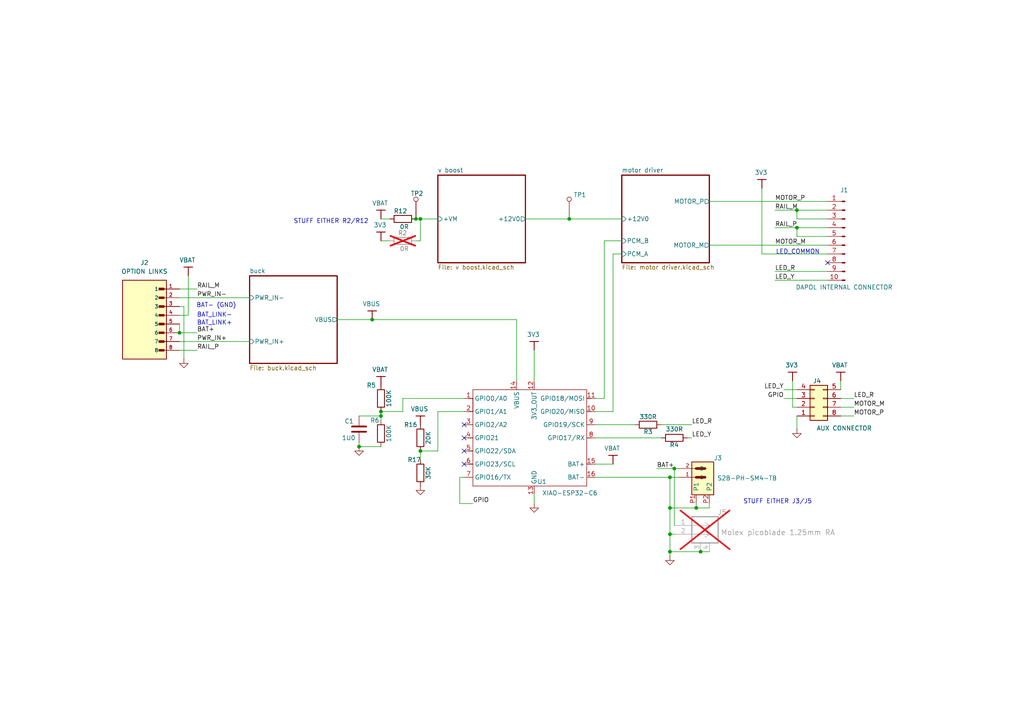
<source format=kicad_sch>
(kicad_sch (version 20250114) (generator "eeschema") (generator_version "9.0")
  (paper "A4")
  (title_block (title "Loco Decoder") (rev "1A") (company "AVED"))
  (lib_symbols
    (symbol "loco_decoder_lib:3_Through hole test point"
      (property "Value" "3_Through hole test point" (at 0 0 0))
      (symbol "3_Through hole test point_0_1"
        (circle (center 0 5.715) (radius 0.635))
      )
      (symbol "3_Through hole test point_1_0"
        (pin passive line (at 0 0 90) (length 5.08) (name "1") (number "1"))
      )
    )
    (symbol "loco_decoder_lib:532610271" (pin_names (offset 0.254))
      (property "Reference" "J3" (at 7.366 4.572 0))
      (property "Value" "Molex picoblade 1.25mm RA" (at -2.794 -7.366 0))
      (symbol "532610271_1_1"
        (polyline (pts (xy 5.08 2.54) (xy 5.08 -5.08)) (stroke (width 0.3)))
        (polyline (pts (xy 5.08 -5.08) (xy 12.7 -5.08)) (stroke (width 0.3)))
        (polyline (pts (xy 10.16 0) (xy 5.08 0)) (stroke (width 0.127)))
        (polyline (pts (xy 10.16 0) (xy 8.89 0.8467)) (stroke (width 0.127)))
        (polyline (pts (xy 10.16 0) (xy 8.89 -0.8467)) (stroke (width 0.127)))
        (polyline (pts (xy 10.16 -2.54) (xy 5.08 -2.54)) (stroke (width 0.127)))
        (polyline (pts (xy 10.16 -2.54) (xy 8.89 -1.6933)) (stroke (width 0.127)))
        (polyline (pts (xy 10.16 -2.54) (xy 8.89 -3.3867)) (stroke (width 0.127)))
        (polyline (pts (xy 12.7 2.54) (xy 5.08 2.54)) (stroke (width 0.3)))
        (polyline (pts (xy 12.7 -5.08) (xy 12.7 2.54)) (stroke (width 0.3)))
        (pin passive line (at 0 0 0) (length 5.08) (name "") (number "1"))
        (pin passive line (at 0 -2.54 0) (length 5.08) (name "") (number "2"))
        (pin passive line (at 7.62 -7.62 90) (length 2.54) (name "") (number "3"))
        (pin passive line (at 10.16 -7.62 90) (length 2.54) (name "") (number "4"))
      )
      (symbol "532610271_1_2"
        (polyline (pts (xy 5.08 2.54) (xy 5.08 -5.08)) (stroke (width 0.127)))
        (polyline (pts (xy 5.08 -5.08) (xy 12.7 -5.08)) (stroke (width 0.127)))
        (polyline (pts (xy 7.62 0) (xy 5.08 0)) (stroke (width 0.127)))
        (polyline (pts (xy 7.62 0) (xy 8.89 0.8467)) (stroke (width 0.127)))
        (polyline (pts (xy 7.62 0) (xy 8.89 -0.8467)) (stroke (width 0.127)))
        (polyline (pts (xy 7.62 -2.54) (xy 5.08 -2.54)) (stroke (width 0.127)))
        (polyline (pts (xy 7.62 -2.54) (xy 8.89 -1.6933)) (stroke (width 0.127)))
        (polyline (pts (xy 7.62 -2.54) (xy 8.89 -3.3867)) (stroke (width 0.127)))
        (polyline (pts (xy 12.7 2.54) (xy 5.08 2.54)) (stroke (width 0.127)))
        (polyline (pts (xy 12.7 -5.08) (xy 12.7 2.54)) (stroke (width 0.127)))
        (pin unspecified line (at 0 0 0) (length 5.08) (name "1") (number "1"))
        (pin unspecified line (at 0 -2.54 0) (length 5.08) (name "2") (number "2"))
      )
    )
    (symbol "loco_decoder_lib:C" (pin_numbers (hide yes)) (pin_names (offset 0.254))
      (property "Reference" "C" (at 0.635 2.54 0))
      (property "Value" "C" (at 0.635 -2.54 0))
      (symbol "C_0_1"
        (polyline (pts (xy -2.032 0.762) (xy 2.032 0.762)) (stroke (width 0.508)))
        (polyline (pts (xy -2.032 -0.762) (xy 2.032 -0.762)) (stroke (width 0.508)))
      )
      (symbol "C_1_1"
        (pin passive line (at 0 3.81 270) (length 2.794) (name "~") (number "1"))
        (pin passive line (at 0 -3.81 90) (length 2.794) (name "~") (number "2"))
      )
    )
    (symbol "loco_decoder_lib:Conn_01x10_Pin_1" (pin_names (offset 1.016) (hide yes))
      (property "Reference" "J1" (at 0.635 15.24 0))
      (property "Value" "Conn_01x10_Pin" (at 0.635 12.7 0))
      (symbol "Conn_01x10_Pin_1_1_1"
        (rectangle (start 0.8636 10.287) (end 0 10.033) (stroke (width 0.1524)) (fill (type outline)))
        (rectangle (start 0.8636 7.747) (end 0 7.493) (stroke (width 0.1524)) (fill (type outline)))
        (rectangle (start 0.8636 5.207) (end 0 4.953) (stroke (width 0.1524)) (fill (type outline)))
        (rectangle (start 0.8636 2.667) (end 0 2.413) (stroke (width 0.1524)) (fill (type outline)))
        (rectangle (start 0.8636 0.127) (end 0 -0.127) (stroke (width 0.1524)) (fill (type outline)))
        (rectangle (start 0.8636 -2.413) (end 0 -2.667) (stroke (width 0.1524)) (fill (type outline)))
        (rectangle (start 0.8636 -4.953) (end 0 -5.207) (stroke (width 0.1524)) (fill (type outline)))
        (rectangle (start 0.8636 -7.493) (end 0 -7.747) (stroke (width 0.1524)) (fill (type outline)))
        (rectangle (start 0.8636 -10.033) (end 0 -10.287) (stroke (width 0.1524)) (fill (type outline)))
        (rectangle (start 0.8636 -12.573) (end 0 -12.827) (stroke (width 0.1524)) (fill (type outline)))
        (polyline (pts (xy 1.27 10.16) (xy 0.8636 10.16)) (stroke (width 0.1524)))
        (polyline (pts (xy 1.27 7.62) (xy 0.8636 7.62)) (stroke (width 0.1524)))
        (polyline (pts (xy 1.27 5.08) (xy 0.8636 5.08)) (stroke (width 0.1524)))
        (polyline (pts (xy 1.27 2.54) (xy 0.8636 2.54)) (stroke (width 0.1524)))
        (polyline (pts (xy 1.27 0) (xy 0.8636 0)) (stroke (width 0.1524)))
        (polyline (pts (xy 1.27 -2.54) (xy 0.8636 -2.54)) (stroke (width 0.1524)))
        (polyline (pts (xy 1.27 -5.08) (xy 0.8636 -5.08)) (stroke (width 0.1524)))
        (polyline (pts (xy 1.27 -7.62) (xy 0.8636 -7.62)) (stroke (width 0.1524)))
        (polyline (pts (xy 1.27 -10.16) (xy 0.8636 -10.16)) (stroke (width 0.1524)))
        (polyline (pts (xy 1.27 -12.7) (xy 0.8636 -12.7)) (stroke (width 0.1524)))
        (pin passive line (at 5.08 10.16 180) (length 3.81) (name "Pin_1") (number "1"))
        (pin passive line (at 5.08 7.62 180) (length 3.81) (name "Pin_2") (number "2"))
        (pin passive line (at 5.08 5.08 180) (length 3.81) (name "Pin_3") (number "3"))
        (pin passive line (at 5.08 2.54 180) (length 3.81) (name "Pin_4") (number "4"))
        (pin passive line (at 5.08 0 180) (length 3.81) (name "Pin_5") (number "5"))
        (pin passive line (at 5.08 -2.54 180) (length 3.81) (name "Pin_6") (number "6"))
        (pin passive line (at 5.08 -5.08 180) (length 3.81) (name "Pin_7") (number "7"))
        (pin passive line (at 5.08 -7.62 180) (length 3.81) (name "Pin_8") (number "8"))
        (pin passive line (at 5.08 -10.16 180) (length 3.81) (name "Pin_9") (number "9"))
        (pin passive line (at 5.08 -12.7 180) (length 3.81) (name "Pin_10") (number "10"))
      )
    )
    (symbol "loco_decoder_lib:Conn_02x04_Counter_Clockwise" (pin_names (offset 1.016) (hide yes))
      (property "Reference" "J" (at 1.27 5.08 0))
      (property "Value" "Conn_02x04_Counter_Clockwise" (at 1.27 -7.62 0))
      (symbol "Conn_02x04_Counter_Clockwise_1_1"
        (rectangle (start -1.27 3.81) (end 3.81 -6.35) (stroke (width 0.254)) (fill (type background)))
        (rectangle (start -1.27 2.667) (end 0 2.413) (stroke (width 0.1524)))
        (rectangle (start -1.27 0.127) (end 0 -0.127) (stroke (width 0.1524)))
        (rectangle (start -1.27 -2.413) (end 0 -2.667) (stroke (width 0.1524)))
        (rectangle (start -1.27 -4.953) (end 0 -5.207) (stroke (width 0.1524)))
        (rectangle (start 3.81 2.667) (end 2.54 2.413) (stroke (width 0.1524)))
        (rectangle (start 3.81 0.127) (end 2.54 -0.127) (stroke (width 0.1524)))
        (rectangle (start 3.81 -2.413) (end 2.54 -2.667) (stroke (width 0.1524)))
        (rectangle (start 3.81 -4.953) (end 2.54 -5.207) (stroke (width 0.1524)))
        (pin passive line (at -5.08 2.54 0) (length 3.81) (name "Pin_1") (number "1"))
        (pin passive line (at -5.08 0 0) (length 3.81) (name "Pin_2") (number "2"))
        (pin passive line (at -5.08 -2.54 0) (length 3.81) (name "Pin_3") (number "3"))
        (pin passive line (at -5.08 -5.08 0) (length 3.81) (name "Pin_4") (number "4"))
        (pin passive line (at 7.62 2.54 180) (length 3.81) (name "Pin_8") (number "8"))
        (pin passive line (at 7.62 0 180) (length 3.81) (name "Pin_7") (number "7"))
        (pin passive line (at 7.62 -2.54 180) (length 3.81) (name "Pin_6") (number "6"))
        (pin passive line (at 7.62 -5.08 180) (length 3.81) (name "Pin_5") (number "5"))
      )
    )
    (symbol "loco_decoder_lib:GND" (power) (pin_numbers (hide yes)) (pin_names (offset 0) (hide yes))
      (property "Value" "GND" (at 0 -3.81 0))
      (symbol "GND_0_1"
        (polyline (pts (xy 0 0) (xy 0 -1.27) (xy 1.27 -1.27) (xy 0 -2.54) (xy -1.27 -1.27) (xy 0 -1.27)))
      )
      (symbol "GND_1_1"
        (pin power_in line (at 0 0 270) (length 0) (name "~") (number "1"))
      )
    )
    (symbol "loco_decoder_lib:M20-8890845" (pin_names (offset 1.016))
      (property "Reference" "J" (at -6.85 12.7 0))
      (property "Value" "8 WAY 2.54MM HDR RA" (at -6.35 -12.7 0))
      (symbol "M20-8890845_0_0"
        (rectangle (start -6.35 12.7) (end 6.35 -10.16) (stroke (width 0.254)) (fill (type background)))
        (rectangle (start -5.715 9.8425) (end -4.1275 10.4775) (stroke (width 0.1)) (fill (type outline)))
        (rectangle (start -5.715 7.3025) (end -4.1275 7.9375) (stroke (width 0.1)) (fill (type outline)))
        (rectangle (start -5.715 4.7625) (end -4.1275 5.3975) (stroke (width 0.1)) (fill (type outline)))
        (rectangle (start -5.715 2.2225) (end -4.1275 2.8575) (stroke (width 0.1)) (fill (type outline)))
        (rectangle (start -5.715 -0.3175) (end -4.1275 0.3175) (stroke (width 0.1)) (fill (type outline)))
        (rectangle (start -5.715 -2.8575) (end -4.1275 -2.2225) (stroke (width 0.1)) (fill (type outline)))
        (rectangle (start -5.715 -5.3975) (end -4.1275 -4.7625) (stroke (width 0.1)) (fill (type outline)))
        (rectangle (start -5.715 -7.9375) (end -4.1275 -7.3025) (stroke (width 0.1)) (fill (type outline)))
        (pin passive line (at -10.16 10.16 0) (length 5.08) (name "1") (number "1"))
        (pin passive line (at -10.16 7.62 0) (length 5.08) (name "2") (number "2"))
        (pin passive line (at -10.16 5.08 0) (length 5.08) (name "3") (number "3"))
        (pin passive line (at -10.16 2.54 0) (length 5.08) (name "4") (number "4"))
        (pin passive line (at -10.16 0 0) (length 5.08) (name "5") (number "5"))
        (pin passive line (at -10.16 -2.54 0) (length 5.08) (name "6") (number "6"))
        (pin passive line (at -10.16 -5.08 0) (length 5.08) (name "7") (number "7"))
        (pin passive line (at -10.16 -7.62 0) (length 5.08) (name "8") (number "8"))
      )
    )
    (symbol "loco_decoder_lib:R" (pin_numbers (hide yes)) (pin_names (offset 0))
      (property "Reference" "R" (at 2.032 0 90))
      (property "Value" "R" (at 0 0 90))
      (symbol "R_0_1"
        (rectangle (start -1.016 -2.54) (end 1.016 2.54) (stroke (width 0.254)))
      )
      (symbol "R_1_1"
        (pin passive line (at 0 3.81 270) (length 1.27) (name "~") (number "1"))
        (pin passive line (at 0 -3.81 90) (length 1.27) (name "~") (number "2"))
      )
    )
    (symbol "loco_decoder_lib:S2B-PH-SM4-TB" (pin_names (offset 1.016))
      (property "Reference" "P" (at -1.2718 3.8155 0))
      (property "Value" "S2B-PH-SM4-TB" (at 5.334 -8.382 0))
      (symbol "S2B-PH-SM4-TB_0_0"
        (rectangle (start -1.27 3.175) (end 5.08 -6.35) (stroke (width 0.254)) (fill (type background)))
        (polyline (pts (xy 0 1.27) (xy 2.54 1.27)) (stroke (width 0.762)))
        (polyline (pts (xy 0 -1.27) (xy 2.54 -1.27)) (stroke (width 0.762)))
      )
      (symbol "S2B-PH-SM4-TB_1_0"
        (pin passive line (at -5.08 1.27 0) (length 5.08) (name "2") (number "2"))
        (pin passive line (at -5.08 -1.27 0) (length 5.08) (name "1") (number "1"))
      )
      (symbol "S2B-PH-SM4-TB_1_1"
        (pin passive line (at 0 -8.89 90) (length 2.54) (name "P1") (number "P1"))
        (pin passive line (at 3.81 -8.89 90) (length 2.54) (name "P2") (number "P2"))
      )
    )
    (symbol "loco_decoder_lib:VBUS" (power)
      (property "Reference" "#PWR" (at 0 0 0))
      (property "Value" "VBUS" (at 0 3.81 0))
      (symbol "VBUS_0_0"
        (polyline (pts (xy -1.27 -2.54) (xy 1.27 -2.54)) (stroke (width 0.254)))
        (polyline (pts (xy 0 0) (xy 0 -2.54)) (stroke (width 0.254)))
        (pin power_in line (at 0 0 0) (length 0) (hide yes) (name "VBUS") (number ""))
      )
    )
    (symbol "loco_decoder_lib:XIAO-ESP32-C3-SMD"
      (property "Reference" "U" (at 1.016 2.794 0))
      (property "Value" "XIAO-ESP32-C3" (at 28.956 1.778 0))
      (symbol "XIAO-ESP32-C3-SMD_1_0"
        (polyline (pts (xy 0 0) (xy 33.02 0)) (stroke (width 0.1524)))
        (polyline (pts (xy 0 -2.54) (xy -1.27 -2.54)) (stroke (width 0.1524)))
        (polyline (pts (xy 0 -2.54) (xy 0 0)) (stroke (width 0.1524)))
        (polyline (pts (xy 0 -6.35) (xy -1.27 -6.35)) (stroke (width 0.1524)))
        (polyline (pts (xy 0 -6.35) (xy 0 -2.54)) (stroke (width 0.1524)))
        (polyline (pts (xy 0 -6.35) (xy 0 -2.54)) (stroke (width 0.1524)))
        (polyline (pts (xy 0 -10.16) (xy -1.27 -10.16)) (stroke (width 0.1524)))
        (polyline (pts (xy 0 -10.16) (xy 0 -6.35)) (stroke (width 0.1524)))
        (polyline (pts (xy 0 -13.97) (xy -1.27 -13.97)) (stroke (width 0.1524)))
        (polyline (pts (xy 0 -13.97) (xy 0 -10.16)) (stroke (width 0.1524)))
        (polyline (pts (xy 0 -17.78) (xy -1.27 -17.78)) (stroke (width 0.1524)))
        (polyline (pts (xy 0 -21.59) (xy -1.27 -21.59)) (stroke (width 0.1524)))
        (polyline (pts (xy 0 -21.59) (xy -1.27 -21.59)) (stroke (width 0.1524)))
        (polyline (pts (xy 0 -27.94) (xy 0 -13.97)) (stroke (width 0.1524)))
        (polyline (pts (xy 33.02 0) (xy 33.02 -2.54)) (stroke (width 0.1524)))
        (polyline (pts (xy 33.02 -2.54) (xy 33.02 -6.35)) (stroke (width 0.1524)))
        (polyline (pts (xy 33.02 -6.35) (xy 33.02 -10.16)) (stroke (width 0.1524)))
        (polyline (pts (xy 33.02 -10.16) (xy 33.02 -27.94)) (stroke (width 0.1524)))
        (polyline (pts (xy 33.02 -17.78) (xy 33.02 -21.59)) (stroke (width 0.1524)))
        (polyline (pts (xy 33.02 -27.94) (xy 0 -27.94)) (stroke (width 0.1524)))
        (polyline (pts (xy 34.29 -2.54) (xy 33.02 -2.54)) (stroke (width 0.1524)))
        (polyline (pts (xy 34.29 -6.35) (xy 33.02 -6.35)) (stroke (width 0.1524)))
        (polyline (pts (xy 34.29 -10.16) (xy 33.02 -10.16)) (stroke (width 0.1524)))
        (polyline (pts (xy 34.29 -13.97) (xy 33.02 -13.97)) (stroke (width 0.1524)))
        (polyline (pts (xy 34.29 -21.59) (xy 33.02 -21.59)) (stroke (width 0.1524)))
        (pin passive line (at -2.54 -2.54 0) (length 2.54) (name "GPIO0/A0") (number "1"))
        (pin passive line (at -2.54 -6.35 0) (length 2.54) (name "GPIO1/A1") (number "2"))
        (pin passive line (at -2.54 -10.16 0) (length 2.54) (name "GPIO2/A2") (number "3"))
        (pin passive line (at -2.54 -13.97 0) (length 2.54) (name "GPIO21") (number "4"))
        (pin passive line (at -2.54 -17.78 0) (length 2.54) (name "GPIO22/SDA") (number "5"))
        (pin passive line (at -2.54 -21.59 0) (length 2.54) (name "GPIO23/SCL") (number "6"))
        (pin passive line (at -2.54 -25.4 0) (length 2.54) (name "GPIO16/TX") (number "7"))
        (pin output line (at 12.7 2.54 270) (length 2.54) (name "VBUS") (number "14"))
        (pin output line (at 17.78 2.54 270) (length 2.54) (name "3V3_OUT") (number "12"))
        (pin passive line (at 17.78 -30.48 90) (length 2.54) (name "GND") (number "13"))
        (pin passive line (at 35.56 -2.54 180) (length 2.54) (name "GPIO18/MOSI") (number "11"))
        (pin passive line (at 35.56 -6.35 180) (length 2.54) (name "GPIO20/MISO") (number "10"))
        (pin passive line (at 35.56 -10.16 180) (length 2.54) (name "GPIO19/SCK") (number "9"))
        (pin passive line (at 35.56 -13.97 180) (length 2.54) (name "GPIO17/RX") (number "8"))
        (pin passive line (at 35.56 -21.59 180) (length 2.54) (name "BAT+") (number "15"))
        (pin passive line (at 35.56 -25.4 180) (length 2.54) (name "BAT-") (number "16"))
      )
    )
  )
  (text "STUFF EITHER R2/R12" (at 96.012 64.262 0) (effects (font (size 1.27 1.27))))
  (text "STUFF EITHER J3/J5" (at 225.552 145.542 0) (effects (font (size 1.27 1.27))))
  (text "LED_COMMON" (at 231.394 73.152 0) (effects (font (size 1.27 1.27))))
  (text "BAT- (GND)\n" (at 62.738 88.646 0) (effects (font (size 1.27 1.27))))
  (text "BAT_LINK-\n\n\n" (at 62.23 93.472 0) (effects (font (size 1.27 1.27))))
  (text "BAT_LINK+\n\n" (at 62.23 94.742 0) (effects (font (size 1.27 1.27))))
  (junction (at 203.2 160.02))
  (junction (at 110.49 119.38))
  (junction (at 165.1 63.5))
  (junction (at 231.14 60.96))
  (junction (at 194.31 147.32))
  (junction (at 110.49 120.65))
  (junction (at 121.92 63.5))
  (junction (at 194.31 160.02))
  (junction (at 104.14 129.54))
  (junction (at 195.58 135.89))
  (junction (at 194.31 154.94))
  (junction (at 52.07 96.52))
  (junction (at 231.14 66.04))
  (junction (at 201.93 147.32))
  (junction (at 194.31 138.43))
  (junction (at 120.65 63.5))
  (junction (at 107.95 92.71))
  (junction (at 121.92 130.81))
  (no_connect (at 134.62 123.19))
  (no_connect (at 134.62 127))
  (no_connect (at 134.62 130.81))
  (no_connect (at 240.03 76.2))
  (no_connect (at 134.62 134.62))
  (wire (pts (xy 203.2 160.02) (xy 205.74 160.02)))
  (wire (pts (xy 195.58 135.89) (xy 195.58 152.4)))
  (wire (pts (xy 154.94 101.6) (xy 154.94 110.49)))
  (wire (pts (xy 205.74 58.42) (xy 240.03 58.42)))
  (wire (pts (xy 52.07 83.82) (xy 57.15 83.82)))
  (wire (pts (xy 149.86 92.71) (xy 149.86 110.49)))
  (wire (pts (xy 121.92 63.5) (xy 127 63.5)))
  (wire (pts (xy 247.65 115.57) (xy 243.84 115.57)))
  (wire (pts (xy 227.33 113.03) (xy 231.14 113.03)))
  (wire (pts (xy 191.77 123.19) (xy 200.66 123.19)))
  (wire (pts (xy 205.74 146.05) (xy 205.74 147.32)))
  (wire (pts (xy 127 130.81) (xy 127 119.38)))
  (wire (pts (xy 110.49 120.65) (xy 110.49 121.92)))
  (wire (pts (xy 121.92 130.81) (xy 121.92 133.35)))
  (wire (pts (xy 53.34 88.9) (xy 52.07 88.9)))
  (wire (pts (xy 52.07 96.52) (xy 57.15 96.52)))
  (wire (pts (xy 247.65 120.65) (xy 243.84 120.65)))
  (wire (pts (xy 180.34 69.85) (xy 175.26 69.85)))
  (wire (pts (xy 175.26 69.85) (xy 175.26 115.57)))
  (wire (pts (xy 243.84 110.49) (xy 243.84 113.03)))
  (wire (pts (xy 133.35 146.05) (xy 137.16 146.05)))
  (wire (pts (xy 194.31 147.32) (xy 194.31 154.94)))
  (wire (pts (xy 224.79 81.28) (xy 240.03 81.28)))
  (wire (pts (xy 201.93 147.32) (xy 194.31 147.32)))
  (wire (pts (xy 53.34 88.9) (xy 53.34 104.14)))
  (wire (pts (xy 116.84 115.57) (xy 134.62 115.57)))
  (wire (pts (xy 104.14 129.54) (xy 104.14 128.27)))
  (wire (pts (xy 154.94 146.05) (xy 154.94 143.51)))
  (wire (pts (xy 231.14 60.96) (xy 231.14 63.5)))
  (wire (pts (xy 205.74 71.12) (xy 240.03 71.12)))
  (wire (pts (xy 205.74 147.32) (xy 201.93 147.32)))
  (wire (pts (xy 194.31 161.29) (xy 194.31 160.02)))
  (wire (pts (xy 227.33 115.57) (xy 231.14 115.57)))
  (wire (pts (xy 201.93 146.05) (xy 201.93 147.32)))
  (wire (pts (xy 231.14 120.65) (xy 231.14 124.46)))
  (wire (pts (xy 220.98 54.61) (xy 220.98 73.66)))
  (wire (pts (xy 194.31 160.02) (xy 203.2 160.02)))
  (wire (pts (xy 229.87 110.49) (xy 229.87 118.11)))
  (wire (pts (xy 172.72 123.19) (xy 184.15 123.19)))
  (wire (pts (xy 52.07 93.98) (xy 52.07 96.52)))
  (wire (pts (xy 231.14 60.96) (xy 240.03 60.96)))
  (wire (pts (xy 107.95 92.71) (xy 149.86 92.71)))
  (wire (pts (xy 120.65 63.5) (xy 121.92 63.5)))
  (wire (pts (xy 54.61 80.01) (xy 54.61 91.44)))
  (wire (pts (xy 175.26 115.57) (xy 172.72 115.57)))
  (wire (pts (xy 127 119.38) (xy 134.62 119.38)))
  (wire (pts (xy 165.1 63.5) (xy 180.34 63.5)))
  (wire (pts (xy 110.49 63.5) (xy 113.03 63.5)))
  (wire (pts (xy 110.49 69.85) (xy 113.03 69.85)))
  (wire (pts (xy 177.8 73.66) (xy 177.8 119.38)))
  (wire (pts (xy 52.07 91.44) (xy 54.61 91.44)))
  (wire (pts (xy 200.66 127) (xy 199.39 127)))
  (wire (pts (xy 231.14 66.04) (xy 231.14 68.58)))
  (wire (pts (xy 52.07 101.6) (xy 57.15 101.6)))
  (wire (pts (xy 116.84 119.38) (xy 116.84 115.57)))
  (wire (pts (xy 231.14 66.04) (xy 240.03 66.04)))
  (wire (pts (xy 224.79 66.04) (xy 231.14 66.04)))
  (wire (pts (xy 224.79 78.74) (xy 240.03 78.74)))
  (wire (pts (xy 172.72 127) (xy 191.77 127)))
  (wire (pts (xy 231.14 68.58) (xy 240.03 68.58)))
  (wire (pts (xy 172.72 134.62) (xy 177.8 134.62)))
  (wire (pts (xy 133.35 146.05) (xy 133.35 138.43)))
  (wire (pts (xy 220.98 73.66) (xy 240.03 73.66)))
  (wire (pts (xy 133.35 138.43) (xy 134.62 138.43)))
  (wire (pts (xy 229.87 118.11) (xy 231.14 118.11)))
  (wire (pts (xy 194.31 154.94) (xy 195.58 154.94)))
  (wire (pts (xy 52.07 99.06) (xy 72.39 99.06)))
  (wire (pts (xy 97.79 92.71) (xy 107.95 92.71)))
  (wire (pts (xy 52.07 86.36) (xy 72.39 86.36)))
  (wire (pts (xy 224.79 60.96) (xy 231.14 60.96)))
  (wire (pts (xy 110.49 120.65) (xy 104.14 120.65)))
  (wire (pts (xy 177.8 119.38) (xy 172.72 119.38)))
  (wire (pts (xy 172.72 138.43) (xy 194.31 138.43)))
  (wire (pts (xy 104.14 129.54) (xy 110.49 129.54)))
  (wire (pts (xy 195.58 135.89) (xy 196.85 135.89)))
  (wire (pts (xy 152.4 63.5) (xy 165.1 63.5)))
  (wire (pts (xy 240.03 63.5) (xy 231.14 63.5)))
  (wire (pts (xy 247.65 118.11) (xy 243.84 118.11)))
  (wire (pts (xy 194.31 160.02) (xy 194.31 154.94)))
  (wire (pts (xy 194.31 138.43) (xy 196.85 138.43)))
  (wire (pts (xy 180.34 73.66) (xy 177.8 73.66)))
  (wire (pts (xy 110.49 119.38) (xy 110.49 120.65)))
  (wire (pts (xy 190.5 135.89) (xy 195.58 135.89)))
  (wire (pts (xy 194.31 138.43) (xy 194.31 147.32)))
  (wire (pts (xy 120.65 69.85) (xy 121.92 69.85)))
  (wire (pts (xy 110.49 119.38) (xy 116.84 119.38)))
  (wire (pts (xy 121.92 69.85) (xy 121.92 63.5)))
  (wire (pts (xy 121.92 130.81) (xy 127 130.81)))
  (label "RAIL_M" (at 224.79 60.96 0))
  (label "MOTOR_P" (at 247.65 120.65 0))
  (label "LED_R" (at 224.79 78.74 0))
  (label "LED_Y" (at 200.66 127 0))
  (label "RAIL_P" (at 57.15 101.6 0))
  (label "LED_R" (at 247.65 115.57 0))
  (label "BAT+" (at 57.15 96.52 0))
  (label "LED_R" (at 200.66 123.19 0))
  (label "LED_Y" (at 227.33 113.03 180))
  (label "GPIO" (at 227.33 115.57 180))
  (label "BAT+" (at 190.5 135.89 0))
  (label "MOTOR_M" (at 224.79 71.12 0))
  (label "PWR_IN-" (at 57.15 86.36 0))
  (label "MOTOR_M" (at 247.65 118.11 0))
  (label "MOTOR_P" (at 224.79 58.42 0))
  (label "RAIL_P" (at 224.79 66.04 0))
  (label "RAIL_M" (at 57.15 83.82 0))
  (label "LED_Y" (at 224.79 81.28 0))
  (label "PWR_IN+" (at 57.15 99.06 0))
  (label "GPIO" (at 137.16 146.05 0))
  (symbol (lib_id "loco_decoder_lib:GND") (at 194.31 161.29 0) (unit 1)
    (property "Reference" "#PWR07" (effects (hide yes)))
    (property "Value" "GND" (effects (hide yes)))
    (property "Description" "Power symbol creates a global label with name \"GND\" , ground" (effects (hide yes)))
  )
  (symbol (lib_id "loco_decoder_lib:VBUS") (at 243.84 110.49 180) (unit 1)
    (property "Reference" "#PWR020" (effects (hide yes)))
    (property "Value" "VBAT" (at 243.586 105.918 0))
    (property "Description" "Power symbol creates a global label with name 'VBAT'" (effects (hide yes)))
  )
  (symbol (lib_id "loco_decoder_lib:R") (at 121.92 127 0) (mirror x) (unit 1)
    (property "Reference" "R16" (at 119.126 123.19 0))
    (property "Value" "20K" (at 124.206 127 90))
    (property "Footprint" "loco decoder v0.2:R_0805_2012Metric" (effects (hide yes)))
    (property "Description" "Resistor" (effects (hide yes)))
  )
  (symbol (lib_id "loco_decoder_lib:VBUS") (at 154.94 101.6 180) (unit 1)
    (property "Reference" "#PWR017" (effects (hide yes)))
    (property "Value" "3V3" (at 154.686 97.028 0))
    (property "Description" "Power symbol creates a global label with name '3V3'" (effects (hide yes)))
  )
  (symbol (lib_id "loco_decoder_lib:VBUS") (at 110.49 69.85 180) (unit 1)
    (property "Reference" "#PWR06" (effects (hide yes)))
    (property "Value" "3V3" (at 110.236 65.278 0))
    (property "Description" "Power symbol creates a global label with name '3V3'" (effects (hide yes)))
  )
  (symbol (lib_id "loco_decoder_lib:GND") (at 231.14 124.46 0) (unit 1)
    (property "Reference" "#PWR018" (effects (hide yes)))
    (property "Value" "GND" (effects (hide yes)))
    (property "Description" "Power symbol creates a global label with name \"GND\" , ground" (effects (hide yes)))
  )
  (symbol (lib_id "loco_decoder_lib:R") (at 110.49 115.57 0) (mirror x) (unit 1)
    (property "Reference" "R5" (at 107.696 111.76 0))
    (property "Value" "100K" (at 112.776 115.57 90))
    (property "Footprint" "loco decoder v0.2:R_0805_2012Metric" (effects (hide yes)))
    (property "Description" "Resistor" (effects (hide yes)))
  )
  (symbol (lib_id "loco_decoder_lib:M20-8890845") (at 41.91 93.98 0) (mirror y) (unit 1)
    (property "Reference" "J2" (at 41.91 76.2 0))
    (property "Value" "OPTION LINKS" (at 41.91 78.74 0))
    (property "Footprint" "loco decoder v0.2:HARWIN_M20-8890845" (effects (hide yes)))
    (property "Description" "X6511WRS-08H-C60D48" (effects (hide yes)))
    (property "STANDARD" "Manufacturer Recommendations" (effects (hide yes)))
  )
  (symbol (lib_id "loco_decoder_lib:C") (at 104.14 124.46 0) (mirror y) (unit 1)
    (property "Reference" "C1" (at 102.616 122.174 0) (effects (justify left)))
    (property "Value" "1U0" (at 103.124 127 0) (effects (justify left)))
    (property "Footprint" "loco decoder v0.2:C_0805_2012Metric" (effects (hide yes)))
    (property "Description" "Unpolarized capacitor" (effects (hide yes)))
  )
  (symbol (lib_id "loco_decoder_lib:3_Through hole test point") (at 165.1 63.5 0) (unit 1) (in_bom no)
    (property "Reference" "TP1" (at 166.37 56.5149 0) (effects (justify left)))
    (property "Value" "3_Through hole test point" (effects (hide yes)))
    (property "Footprint" "loco decoder v0.2:Test Point 1mm" (effects (hide yes)))
    (property "Description" "Through hole test point" (effects (hide yes)))
  )
  (symbol (lib_id "loco_decoder_lib:VBUS") (at 110.49 111.76 180) (unit 1)
    (property "Reference" "#PWR014" (effects (hide yes)))
    (property "Value" "VBAT" (at 110.236 107.188 0))
    (property "Description" "Power symbol creates a global label with name 'VBUS'" (effects (hide yes)))
  )
  (symbol (lib_id "loco_decoder_lib:Conn_01x10_Pin_1") (at 245.11 68.58 0) (mirror y) (unit 1) (in_bom no)
    (property "Reference" "J1" (at 244.856 55.118 0))
    (property "Value" "DAPOL INTERNAL CONNECTOR" (at 244.856 83.312 0))
    (property "Footprint" "loco decoder v0.2:EDAC 302 SERIES CARD EDGE CONNECTOR 10way 2 row" (effects (hide yes)))
    (property "Description" "Generic connector, single row, 01x10, script generated" (effects (hide yes)))
  )
  (symbol (lib_id "loco_decoder_lib:R") (at 110.49 125.73 0) (mirror x) (unit 1)
    (property "Reference" "R6" (at 108.712 121.92 0))
    (property "Value" "100K" (at 112.776 125.73 90))
    (property "Footprint" "loco decoder v0.2:R_0805_2012Metric" (effects (hide yes)))
    (property "Description" "Resistor" (effects (hide yes)))
  )
  (symbol (lib_id "loco_decoder_lib:VBUS") (at 220.98 54.61 180) (unit 1)
    (property "Reference" "#PWR012" (effects (hide yes)))
    (property "Value" "3V3" (at 220.726 50.038 0))
    (property "Description" "Power symbol creates a global label with name '3V3'" (effects (hide yes)))
  )
  (symbol (lib_id "loco_decoder_lib:Conn_02x04_Counter_Clockwise") (at 236.22 118.11 0) (mirror x) (unit 1)
    (property "Reference" "J4" (at 236.982 110.49 0))
    (property "Value" "AUX CONNECTOR" (at 244.856 124.206 0))
    (property "Footprint" "loco decoder v0.2:PinHeader_2x04_P2.54mm_Vertical" (effects (hide yes)))
    (property "Description" "Generic connector, double row, 02x04, counter clockwise pin numbering scheme (similar to DIP package numbering), script generated (kicad-library-utils/schlib/autogen/connector/)" (effects (hide yes)))
  )
  (symbol (lib_id "loco_decoder_lib:3_Through hole test point") (at 120.65 63.5 0) (unit 1) (in_bom no)
    (property "Reference" "TP2" (at 119.126 56.134 0) (effects (justify left)))
    (property "Value" "3_Through hole test point" (effects (hide yes)))
    (property "Footprint" "loco decoder v0.2:Test Point 1mm" (effects (hide yes)))
    (property "Description" "Through hole test point" (effects (hide yes)))
  )
  (symbol (lib_id "loco_decoder_lib:XIAO-ESP32-C3-SMD") (at 137.16 113.03 0) (unit 1)
    (property "Reference" "U1" (at 155.8133 139.7 0) (effects (justify left)))
    (property "Value" "XIAO-ESP32-C6" (at 157.226 143.002 0) (effects (justify left)))
    (property "Footprint" "loco decoder v0.2:XIAO-ESP32C6-SMD" (effects (hide yes)))
  )
  (symbol (lib_id "loco_decoder_lib:VBUS") (at 229.87 110.49 180) (unit 1)
    (property "Reference" "#PWR019" (effects (hide yes)))
    (property "Value" "3V3" (at 229.616 105.918 0))
    (property "Description" "Power symbol creates a global label with name '3V3'" (effects (hide yes)))
  )
  (symbol (lib_id "loco_decoder_lib:GND") (at 154.94 146.05 0) (unit 1)
    (property "Reference" "#PWR05" (effects (hide yes)))
    (property "Value" "GND" (effects (hide yes)))
    (property "Description" "Power symbol creates a global label with name \"GND\" , ground" (effects (hide yes)))
  )
  (symbol (lib_id "loco_decoder_lib:532610271") (at 195.58 152.4 0) (unit 1) (in_bom no) (dnp yes)
    (property "Reference" "J5" (at 208.026 148.59 0) (effects (font (size 1.524 1.524)) (justify left)))
    (property "Value" "Molex picoblade 1.25mm RA" (at 209.042 154.432 0) (effects (font (size 1.524 1.524)) (justify left)))
    (property "Footprint" "loco decoder v0.2:CONN_532610001-SD_02_MOL" (effects (hide yes)))
    (property "Datasheet" "https://www.molex.com/content/dam/molex/molex-dot-com/products/automated/en-us/salesdrawingpdf/532/53261/532610271_sd.pdf?inline" (effects (hide yes)))
  )
  (symbol (lib_id "loco_decoder_lib:VBUS") (at 121.92 123.19 180) (unit 1)
    (property "Reference" "#PWR016" (effects (hide yes)))
    (property "Value" "VBUS" (at 121.666 118.618 0))
    (property "Description" "Power symbol creates a global label with name 'VBUS'" (effects (hide yes)))
  )
  (symbol (lib_id "loco_decoder_lib:VBUS") (at 177.8 134.62 180) (unit 1)
    (property "Reference" "#PWR01" (effects (hide yes)))
    (property "Value" "VBAT" (at 177.546 130.048 0))
    (property "Description" "Power symbol creates a global label with name 'VBUS'" (effects (hide yes)))
  )
  (symbol (lib_id "loco_decoder_lib:R") (at 121.92 137.16 0) (mirror x) (unit 1)
    (property "Reference" "R17" (at 120.142 133.35 0))
    (property "Value" "30K" (at 124.206 137.16 90))
    (property "Footprint" "loco decoder v0.2:R_0805_2012Metric" (effects (hide yes)))
    (property "Description" "Resistor" (effects (hide yes)))
  )
  (symbol (lib_id "loco_decoder_lib:R") (at 195.58 127 90) (mirror x) (unit 1)
    (property "Reference" "R4" (at 195.58 129.032 90))
    (property "Value" "330R" (at 195.58 124.46 90))
    (property "Footprint" "loco decoder v0.2:R_0805_2012Metric" (effects (hide yes)))
    (property "Description" "Resistor" (effects (hide yes)))
  )
  (symbol (lib_id "loco_decoder_lib:R") (at 116.84 63.5 90) (unit 1)
    (property "Reference" "R12" (at 118.11 61.214 90) (effects (justify left)))
    (property "Value" "0R" (at 118.618 65.786 90) (effects (justify left)))
    (property "Footprint" "loco decoder v0.2:R_0805_2012Metric" (effects (hide yes)))
    (property "Description" "Resistor" (effects (hide yes)))
  )
  (symbol (lib_id "loco_decoder_lib:VBUS") (at 110.49 63.5 180) (unit 1)
    (property "Reference" "#PWR02" (effects (hide yes)))
    (property "Value" "VBAT" (at 110.236 58.928 0))
    (property "Description" "Power symbol creates a global label with name 'VBAT'" (effects (hide yes)))
  )
  (symbol (lib_id "loco_decoder_lib:VBUS") (at 107.95 92.71 180) (unit 1)
    (property "Reference" "#PWR015" (effects (hide yes)))
    (property "Value" "VBUS" (at 107.696 88.138 0))
    (property "Description" "Power symbol creates a global label with name 'VBUS'" (effects (hide yes)))
  )
  (symbol (lib_id "loco_decoder_lib:GND") (at 121.92 140.97 0) (mirror y) (unit 1)
    (property "Reference" "#PWR013" (effects (hide yes)))
    (property "Value" "GND" (effects (hide yes)))
    (property "Description" "Power symbol creates a global label with name \"GND\" , ground" (effects (hide yes)))
  )
  (symbol (lib_id "loco_decoder_lib:R") (at 187.96 123.19 90) (mirror x) (unit 1)
    (property "Reference" "R3" (at 187.96 125.222 90))
    (property "Value" "330R" (at 187.96 120.904 90))
    (property "Footprint" "loco decoder v0.2:R_0805_2012Metric" (effects (hide yes)))
    (property "Description" "Resistor" (effects (hide yes)))
  )
  (symbol (lib_id "loco_decoder_lib:VBUS") (at 54.61 80.01 180) (unit 1)
    (property "Reference" "#PWR03" (effects (hide yes)))
    (property "Value" "VBAT" (at 54.356 75.438 0))
    (property "Description" "Power symbol creates a global label with name 'VBAT'" (effects (hide yes)))
  )
  (symbol (lib_id "loco_decoder_lib:GND") (at 104.14 129.54 0) (mirror y) (unit 1)
    (property "Reference" "#PWR08" (effects (hide yes)))
    (property "Value" "GND" (effects (hide yes)))
    (property "Description" "Power symbol creates a global label with name \"GND\" , ground" (effects (hide yes)))
  )
  (symbol (lib_id "loco_decoder_lib:S2B-PH-SM4-TB") (at 201.93 137.16 0) (unit 1)
    (property "Reference" "J3" (at 207.01 132.842 0) (effects (justify left)))
    (property "Value" "S2B-PH-SM4-TB" (at 208.026 138.684 0) (effects (justify left)))
    (property "Footprint" "loco decoder v0.2:JST_S2B-PH-SM4-TB" (effects (hide yes)))
    (property "MANUFACTURER" "JST" (effects (hide yes)))
  )
  (symbol (lib_id "loco_decoder_lib:GND") (at 53.34 104.14 0) (unit 1)
    (property "Reference" "#PWR04" (effects (hide yes)))
    (property "Value" "GND" (effects (hide yes)))
    (property "Description" "Power symbol creates a global label with name \"GND\" , ground" (effects (hide yes)))
  )
  (symbol (lib_id "loco_decoder_lib:R") (at 116.84 69.85 90) (unit 1) (in_bom no) (dnp yes)
    (property "Reference" "R2" (at 118.11 67.564 90) (effects (justify left)))
    (property "Value" "0R" (at 118.618 72.136 90) (effects (justify left)))
    (property "Footprint" "loco decoder v0.2:R_0805_2012Metric" (effects (hide yes)))
    (property "Description" "Resistor" (effects (hide yes)))
  )
  (sheet (at 127 50.8) (size 25.4 25.4) (stroke (width 0.3))
    (property "Sheetname" "v boost" (at 127 50.0884 0) (effects (justify left bottom)))
    (property "Sheetfile" "v boost.kicad_sch" (at 127 76.7846 0) (effects (justify left top)))
    (pin "+12V0" output (at 152.4 63.5 0))
    (pin "+VM" input (at 127 63.5 180))
  )
  (sheet (at 180.34 50.8) (size 25.4 25.4) (stroke (width 0.3))
    (property "Sheetname" "motor driver" (at 180.34 50.0884 0) (effects (justify left bottom)))
    (property "Sheetfile" "motor driver.kicad_sch" (at 180.34 76.7846 0) (effects (justify left top)))
    (pin "+12V0" input (at 180.34 63.5 180))
    (pin "MOTOR_P" output (at 205.74 58.42 0))
    (pin "MOTOR_M" output (at 205.74 71.12 0))
    (pin "PCM_A" input (at 180.34 73.66 180))
    (pin "PCM_B" input (at 180.34 69.85 180))
  )
  (sheet (at 72.39 80.01) (size 25.4 25.4) (stroke (width 0.3))
    (property "Sheetname" "buck" (at 72.39 79.2984 0) (effects (justify left bottom)))
    (property "Sheetfile" "buck.kicad_sch" (at 72.39 105.9946 0) (effects (justify left top)))
    (pin "PWR_IN+" input (at 72.39 99.06 180))
    (pin "PWR_IN-" input (at 72.39 86.36 180))
    (pin "VBUS" output (at 97.79 92.71 0))
  )
)
</source>
